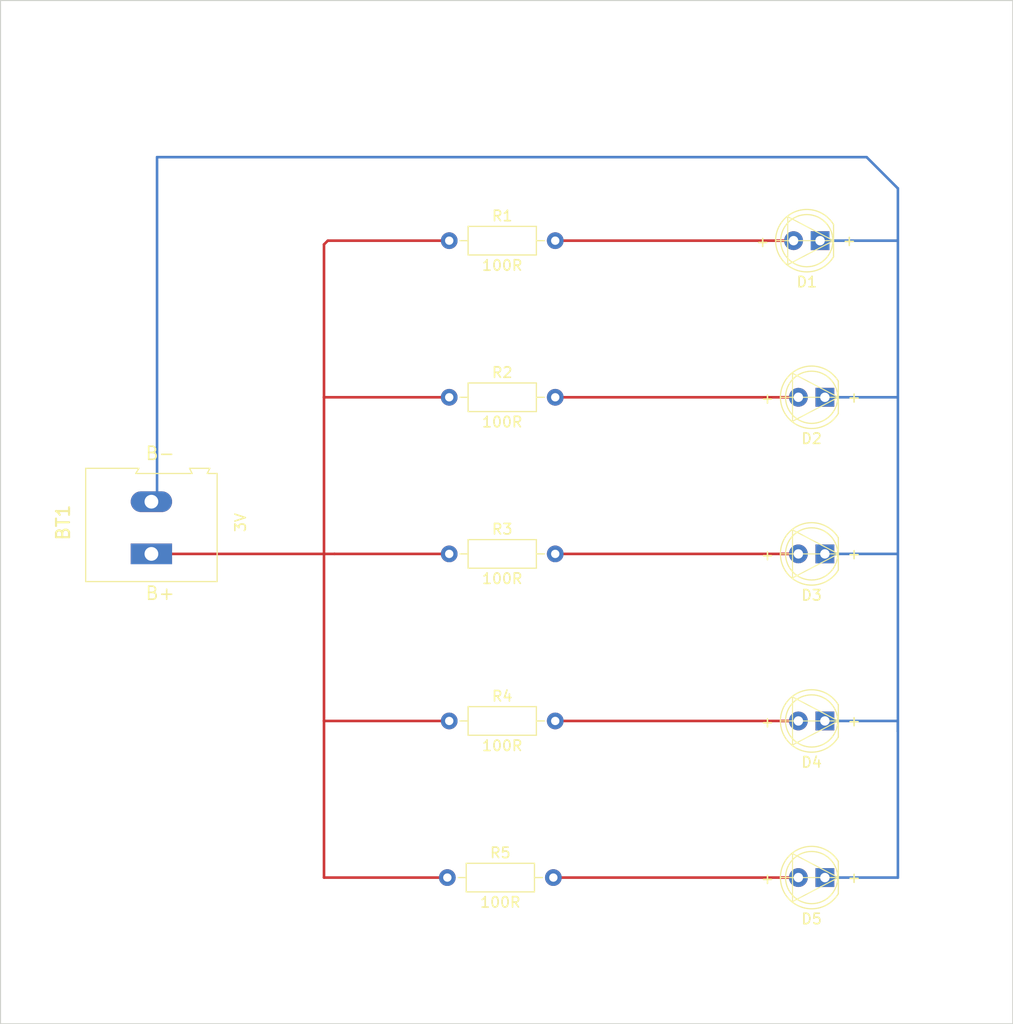
<source format=kicad_pcb>
(kicad_pcb (version 20221018) (generator pcbnew)
  (layers (0 "F.Cu" signal) (31 "B.Cu" signal) (34 "B.Paste" user) (35 "F.Paste" user) (36 "B.SilkS" user "B.Silkscreen") (37 "F.SilkS" user "F.Silkscreen") (38 "B.Mask" user) (39 "F.Mask" user) (44 "Edge.Cuts" user))
  (net 0 "")
  (net 1 "Net-(BT1-+)")
  (net 2 "Net-(BT1--)")
  (net 3 "Net-(D1-A)")
  (net 4 "Net-(D2-A)")
  (net 5 "Net-(D3-A)")
  (net 6 "Net-(D4-A)")
  (net 7 "Net-(D5-A)")
  (footprint "BeginnerModules:BeginnerLED_D5.0mm" (layer "F.Cu") (at 142 120 180)
    (fp_text reference "D4" (at 1.27 -3.96 180) (layer "F.SilkS"))
    (fp_text value "LED")
    (fp_text user "+" (at 5.5 -0.1 180) (layer "F.SilkS"))
    (fp_text user "+" (at -2.8 0 180) (layer "F.SilkS"))
    (fp_line (start -1.29 -1.545) (end -1.29 1.545) (stroke (width 0.12)) (layer "F.SilkS"))
    (fp_line (start -1.29 0) (end 3.1 -2.3) (stroke (width 0.1)) (layer "F.SilkS"))
    (fp_line (start 3.1 -2.3) (end 3.1 2.3) (stroke (width 0.1)) (layer "F.SilkS"))
    (fp_line (start 3.1 2.3) (end -1.29 0) (stroke (width 0.1)) (layer "F.SilkS"))
    (fp_line (start 4.26 -0.000462) (end -1.29 0) (stroke (width 0.1)) (layer "F.SilkS"))
    (fp_arc (start -1.29 -1.54483) (mid 2.072002 -2.880433) (end 4.26 0.000462) (stroke (width 0.12)) (layer "F.SilkS"))
    (fp_arc (start 4.26 -0.000462) (mid 2.072002 2.880433) (end -1.29 1.54483) (stroke (width 0.12)) (layer "F.SilkS"))
    (fp_circle (center 1.27 0) (end 3.77 0) (stroke (width 0.12)) (fill none) (layer "F.SilkS"))
    (pad "1" thru_hole rect (at 0 0 180) (size 1.8 1.8) (drill 0.9) (layers "*.Cu" "*.Mask") (net 2 "Net-(BT1--)"))
    (pad "2" thru_hole circle (at 2.54 0 180) (size 1.8 1.8) (drill 0.9) (layers "*.Cu" "*.Mask") (net 6 "Net-(D4-A)"))
  )
  (footprint "Resistor_THT:R_Axial_DIN0207_L6.3mm_D2.5mm_P10.16mm_Horizontal" (layer "F.Cu") (at 106 74)
    (fp_text reference "R1" (at 5.08 -2.37) (layer "F.SilkS"))
    (fp_text value "100R" (at 5.08 2.37) (layer "F.SilkS"))
    (fp_line (start 1.04 0) (end 1.81 0) (stroke (width 0.12)) (layer "F.SilkS"))
    (fp_line (start 1.81 -1.37) (end 1.81 1.37) (stroke (width 0.12)) (layer "F.SilkS"))
    (fp_line (start 1.81 1.37) (end 8.35 1.37) (stroke (width 0.12)) (layer "F.SilkS"))
    (fp_line (start 8.35 -1.37) (end 1.81 -1.37) (stroke (width 0.12)) (layer "F.SilkS"))
    (fp_line (start 8.35 1.37) (end 8.35 -1.37) (stroke (width 0.12)) (layer "F.SilkS"))
    (fp_line (start 9.12 0) (end 8.35 0) (stroke (width 0.12)) (layer "F.SilkS"))
    (pad "1" thru_hole circle (at 0 0) (size 1.6 1.6) (drill 0.8) (layers "*.Cu" "*.Mask") (net 1 "Net-(BT1-+)"))
    (pad "2" thru_hole oval (at 10.16 0) (size 1.6 1.6) (drill 0.8) (layers "*.Cu" "*.Mask") (net 3 "Net-(D1-A)"))
  )
  (footprint "BeginnerModules:BeginnerLED_D5.0mm" (layer "F.Cu") (at 142 104 180)
    (fp_text reference "D3" (at 1.27 -3.96 180) (layer "F.SilkS"))
    (fp_text value "LED")
    (fp_text user "+" (at 5.5 -0.1 180) (layer "F.SilkS"))
    (fp_text user "+" (at -2.8 0 180) (layer "F.SilkS"))
    (fp_line (start -1.29 -1.545) (end -1.29 1.545) (stroke (width 0.12)) (layer "F.SilkS"))
    (fp_line (start -1.29 0) (end 3.1 -2.3) (stroke (width 0.1)) (layer "F.SilkS"))
    (fp_line (start 3.1 -2.3) (end 3.1 2.3) (stroke (width 0.1)) (layer "F.SilkS"))
    (fp_line (start 3.1 2.3) (end -1.29 0) (stroke (width 0.1)) (layer "F.SilkS"))
    (fp_line (start 4.26 -0.000462) (end -1.29 0) (stroke (width 0.1)) (layer "F.SilkS"))
    (fp_arc (start -1.29 -1.54483) (mid 2.072002 -2.880433) (end 4.26 0.000462) (stroke (width 0.12)) (layer "F.SilkS"))
    (fp_arc (start 4.26 -0.000462) (mid 2.072002 2.880433) (end -1.29 1.54483) (stroke (width 0.12)) (layer "F.SilkS"))
    (fp_circle (center 1.27 0) (end 3.77 0) (stroke (width 0.12)) (fill none) (layer "F.SilkS"))
    (pad "1" thru_hole rect (at 0 0 180) (size 1.8 1.8) (drill 0.9) (layers "*.Cu" "*.Mask") (net 2 "Net-(BT1--)"))
    (pad "2" thru_hole circle (at 2.54 0 180) (size 1.8 1.8) (drill 0.9) (layers "*.Cu" "*.Mask") (net 5 "Net-(D3-A)"))
  )
  (footprint "Resistor_THT:R_Axial_DIN0207_L6.3mm_D2.5mm_P10.16mm_Horizontal" (layer "F.Cu") (at 106 89)
    (fp_text reference "R2" (at 5.08 -2.37) (layer "F.SilkS"))
    (fp_text value "100R" (at 5.08 2.37) (layer "F.SilkS"))
    (fp_line (start 1.04 0) (end 1.81 0) (stroke (width 0.12)) (layer "F.SilkS"))
    (fp_line (start 1.81 -1.37) (end 1.81 1.37) (stroke (width 0.12)) (layer "F.SilkS"))
    (fp_line (start 1.81 1.37) (end 8.35 1.37) (stroke (width 0.12)) (layer "F.SilkS"))
    (fp_line (start 8.35 -1.37) (end 1.81 -1.37) (stroke (width 0.12)) (layer "F.SilkS"))
    (fp_line (start 8.35 1.37) (end 8.35 -1.37) (stroke (width 0.12)) (layer "F.SilkS"))
    (fp_line (start 9.12 0) (end 8.35 0) (stroke (width 0.12)) (layer "F.SilkS"))
    (pad "1" thru_hole circle (at 0 0) (size 1.6 1.6) (drill 0.8) (layers "*.Cu" "*.Mask") (net 1 "Net-(BT1-+)"))
    (pad "2" thru_hole oval (at 10.16 0) (size 1.6 1.6) (drill 0.8) (layers "*.Cu" "*.Mask") (net 4 "Net-(D2-A)"))
  )
  (footprint "Resistor_THT:R_Axial_DIN0207_L6.3mm_D2.5mm_P10.16mm_Horizontal" (layer "F.Cu") (at 105.82 135)
    (fp_text reference "R5" (at 5.08 -2.37) (layer "F.SilkS"))
    (fp_text value "100R" (at 5.08 2.37) (layer "F.SilkS"))
    (fp_line (start 1.04 0) (end 1.81 0) (stroke (width 0.12)) (layer "F.SilkS"))
    (fp_line (start 1.81 -1.37) (end 1.81 1.37) (stroke (width 0.12)) (layer "F.SilkS"))
    (fp_line (start 1.81 1.37) (end 8.35 1.37) (stroke (width 0.12)) (layer "F.SilkS"))
    (fp_line (start 8.35 -1.37) (end 1.81 -1.37) (stroke (width 0.12)) (layer "F.SilkS"))
    (fp_line (start 8.35 1.37) (end 8.35 -1.37) (stroke (width 0.12)) (layer "F.SilkS"))
    (fp_line (start 9.12 0) (end 8.35 0) (stroke (width 0.12)) (layer "F.SilkS"))
    (pad "1" thru_hole circle (at 0 0) (size 1.6 1.6) (drill 0.8) (layers "*.Cu" "*.Mask") (net 1 "Net-(BT1-+)"))
    (pad "2" thru_hole oval (at 10.16 0) (size 1.6 1.6) (drill 0.8) (layers "*.Cu" "*.Mask") (net 7 "Net-(D5-A)"))
  )
  (footprint "BeginnerModules:BeginnerLED_D5.0mm" (layer "F.Cu") (at 141.54 74 180)
    (fp_text reference "D1" (at 1.27 -3.96 180) (layer "F.SilkS"))
    (fp_text value "LED")
    (fp_text user "+" (at -2.8 0 180) (layer "F.SilkS"))
    (fp_text user "+" (at 5.5 -0.1 180) (layer "F.SilkS"))
    (fp_line (start -1.29 -1.545) (end -1.29 1.545) (stroke (width 0.12)) (layer "F.SilkS"))
    (fp_line (start -1.29 0) (end 3.1 -2.3) (stroke (width 0.1)) (layer "F.SilkS"))
    (fp_line (start 3.1 -2.3) (end 3.1 2.3) (stroke (width 0.1)) (layer "F.SilkS"))
    (fp_line (start 3.1 2.3) (end -1.29 0) (stroke (width 0.1)) (layer "F.SilkS"))
    (fp_line (start 4.26 -0.000462) (end -1.29 0) (stroke (width 0.1)) (layer "F.SilkS"))
    (fp_arc (start -1.29 -1.54483) (mid 2.072002 -2.880433) (end 4.26 0.000462) (stroke (width 0.12)) (layer "F.SilkS"))
    (fp_arc (start 4.26 -0.000462) (mid 2.072002 2.880433) (end -1.29 1.54483) (stroke (width 0.12)) (layer "F.SilkS"))
    (fp_circle (center 1.27 0) (end 3.77 0) (stroke (width 0.12)) (fill none) (layer "F.SilkS"))
    (pad "1" thru_hole rect (at 0 0 180) (size 1.8 1.8) (drill 0.9) (layers "*.Cu" "*.Mask") (net 2 "Net-(BT1--)"))
    (pad "2" thru_hole circle (at 2.54 0 180) (size 1.8 1.8) (drill 0.9) (layers "*.Cu" "*.Mask") (net 3 "Net-(D1-A)"))
  )
  (footprint "BeginnerModules:BeginnerLED_D5.0mm" (layer "F.Cu") (at 142 135 180)
    (fp_text reference "D5" (at 1.27 -3.96 180) (layer "F.SilkS"))
    (fp_text value "LED")
    (fp_text user "+" (at -2.8 0 180) (layer "F.SilkS"))
    (fp_text user "+" (at 5.5 -0.1 180) (layer "F.SilkS"))
    (fp_line (start -1.29 -1.545) (end -1.29 1.545) (stroke (width 0.12)) (layer "F.SilkS"))
    (fp_line (start -1.29 0) (end 3.1 -2.3) (stroke (width 0.1)) (layer "F.SilkS"))
    (fp_line (start 3.1 -2.3) (end 3.1 2.3) (stroke (width 0.1)) (layer "F.SilkS"))
    (fp_line (start 3.1 2.3) (end -1.29 0) (stroke (width 0.1)) (layer "F.SilkS"))
    (fp_line (start 4.26 -0.000462) (end -1.29 0) (stroke (width 0.1)) (layer "F.SilkS"))
    (fp_arc (start -1.29 -1.54483) (mid 2.072002 -2.880433) (end 4.26 0.000462) (stroke (width 0.12)) (layer "F.SilkS"))
    (fp_arc (start 4.26 -0.000462) (mid 2.072002 2.880433) (end -1.29 1.54483) (stroke (width 0.12)) (layer "F.SilkS"))
    (fp_circle (center 1.27 0) (end 3.77 0) (stroke (width 0.12)) (fill none) (layer "F.SilkS"))
    (pad "1" thru_hole rect (at 0 0 180) (size 1.8 1.8) (drill 0.9) (layers "*.Cu" "*.Mask") (net 2 "Net-(BT1--)"))
    (pad "2" thru_hole circle (at 2.54 0 180) (size 1.8 1.8) (drill 0.9) (layers "*.Cu" "*.Mask") (net 7 "Net-(D5-A)"))
  )
  (footprint "Resistor_THT:R_Axial_DIN0207_L6.3mm_D2.5mm_P10.16mm_Horizontal" (layer "F.Cu") (at 106 104)
    (fp_text reference "R3" (at 5.08 -2.37) (layer "F.SilkS"))
    (fp_text value "100R" (at 5.08 2.37) (layer "F.SilkS"))
    (fp_line (start 1.04 0) (end 1.81 0) (stroke (width 0.12)) (layer "F.SilkS"))
    (fp_line (start 1.81 -1.37) (end 1.81 1.37) (stroke (width 0.12)) (layer "F.SilkS"))
    (fp_line (start 1.81 1.37) (end 8.35 1.37) (stroke (width 0.12)) (layer "F.SilkS"))
    (fp_line (start 8.35 -1.37) (end 1.81 -1.37) (stroke (width 0.12)) (layer "F.SilkS"))
    (fp_line (start 8.35 1.37) (end 8.35 -1.37) (stroke (width 0.12)) (layer "F.SilkS"))
    (fp_line (start 9.12 0) (end 8.35 0) (stroke (width 0.12)) (layer "F.SilkS"))
    (pad "1" thru_hole circle (at 0 0) (size 1.6 1.6) (drill 0.8) (layers "*.Cu" "*.Mask") (net 1 "Net-(BT1-+)"))
    (pad "2" thru_hole oval (at 10.16 0) (size 1.6 1.6) (drill 0.8) (layers "*.Cu" "*.Mask") (net 5 "Net-(D3-A)"))
  )
  (footprint "TerminalBlock:TerminalBlock_Altech_AK300-2_P5.00mm" (layer "F.Cu") (at 77.46 104 90)
    (fp_text reference "BT1" (at 3 -8.46 90) (layer "F.SilkS") (effects (font (size 1.25 1.25) (thickness 0.2))))
    (fp_text value "3V" (at 3 8.54 90) (layer "F.SilkS"))
    (fp_text user "B-" (at 8.9 -0.66 unlocked) (layer "F.SilkS") (effects (font (size 1.25 1.25)) (justify left bottom)))
    (fp_text user "B+" (at -4.5 -0.66 unlocked) (layer "F.SilkS") (effects (font (size 1.25 1.25)) (justify left bottom)))
    (fp_line (start -2.65 -6.3) (end -2.65 6.3) (stroke (width 0.12)) (layer "F.SilkS"))
    (fp_line (start -2.65 6.3) (end 7.7 6.3) (stroke (width 0.12)) (layer "F.SilkS"))
    (fp_line (start 7.7 -1.5) (end 8.2 -1.2) (stroke (width 0.12)) (layer "F.SilkS"))
    (fp_line (start 7.7 3.9) (end 7.7 -1.5) (stroke (width 0.12)) (layer "F.SilkS"))
    (fp_line (start 7.7 5.35) (end 8.2 5.6) (stroke (width 0.12)) (layer "F.SilkS"))
    (fp_line (start 7.7 6.3) (end 7.7 5.35) (stroke (width 0.12)) (layer "F.SilkS"))
    (fp_line (start 8.2 -6.3) (end -2.65 -6.3) (stroke (width 0.12)) (layer "F.SilkS"))
    (fp_line (start 8.2 -1.2) (end 8.2 -6.3) (stroke (width 0.12)) (layer "F.SilkS"))
    (fp_line (start 8.2 3.65) (end 7.7 3.9) (stroke (width 0.12)) (layer "F.SilkS"))
    (fp_line (start 8.2 3.7) (end 8.2 3.65) (stroke (width 0.12)) (layer "F.SilkS"))
    (fp_line (start 8.2 5.6) (end 8.2 3.7) (stroke (width 0.12)) (layer "F.SilkS"))
    (pad "1" thru_hole rect (at 0 0 90) (size 1.98 3.96) (drill 1.32) (layers "*.Cu" "*.Mask") (net 1 "Net-(BT1-+)"))
    (pad "2" thru_hole oval (at 5 0 90) (size 1.98 3.96) (drill 1.32) (layers "*.Cu" "*.Mask") (net 2 "Net-(BT1--)"))
  )
  (footprint "BeginnerModules:BeginnerLED_D5.0mm" (layer "F.Cu") (at 142 89 180)
    (fp_text reference "D2" (at 1.27 -3.96 180) (layer "F.SilkS"))
    (fp_text value "LED")
    (fp_text user "+" (at 5.5 -0.1 180) (layer "F.SilkS"))
    (fp_text user "+" (at -2.8 0 180) (layer "F.SilkS"))
    (fp_line (start -1.29 -1.545) (end -1.29 1.545) (stroke (width 0.12)) (layer "F.SilkS"))
    (fp_line (start -1.29 0) (end 3.1 -2.3) (stroke (width 0.1)) (layer "F.SilkS"))
    (fp_line (start 3.1 -2.3) (end 3.1 2.3) (stroke (width 0.1)) (layer "F.SilkS"))
    (fp_line (start 3.1 2.3) (end -1.29 0) (stroke (width 0.1)) (layer "F.SilkS"))
    (fp_line (start 4.26 -0.000462) (end -1.29 0) (stroke (width 0.1)) (layer "F.SilkS"))
    (fp_arc (start -1.29 -1.54483) (mid 2.072002 -2.880433) (end 4.26 0.000462) (stroke (width 0.12)) (layer "F.SilkS"))
    (fp_arc (start 4.26 -0.000462) (mid 2.072002 2.880433) (end -1.29 1.54483) (stroke (width 0.12)) (layer "F.SilkS"))
    (fp_circle (center 1.27 0) (end 3.77 0) (stroke (width 0.12)) (fill none) (layer "F.SilkS"))
    (pad "1" thru_hole rect (at 0 0 180) (size 1.8 1.8) (drill 0.9) (layers "*.Cu" "*.Mask") (net 2 "Net-(BT1--)"))
    (pad "2" thru_hole circle (at 2.54 0 180) (size 1.8 1.8) (drill 0.9) (layers "*.Cu" "*.Mask") (net 4 "Net-(D2-A)"))
  )
  (footprint "Resistor_THT:R_Axial_DIN0207_L6.3mm_D2.5mm_P10.16mm_Horizontal" (layer "F.Cu") (at 106 120)
    (fp_text reference "R4" (at 5.08 -2.37) (layer "F.SilkS"))
    (fp_text value "100R" (at 5.08 2.37) (layer "F.SilkS"))
    (fp_line (start 1.04 0) (end 1.81 0) (stroke (width 0.12)) (layer "F.SilkS"))
    (fp_line (start 1.81 -1.37) (end 1.81 1.37) (stroke (width 0.12)) (layer "F.SilkS"))
    (fp_line (start 1.81 1.37) (end 8.35 1.37) (stroke (width 0.12)) (layer "F.SilkS"))
    (fp_line (start 8.35 -1.37) (end 1.81 -1.37) (stroke (width 0.12)) (layer "F.SilkS"))
    (fp_line (start 8.35 1.37) (end 8.35 -1.37) (stroke (width 0.12)) (layer "F.SilkS"))
    (fp_line (start 9.12 0) (end 8.35 0) (stroke (width 0.12)) (layer "F.SilkS"))
    (pad "1" thru_hole circle (at 0 0) (size 1.6 1.6) (drill 0.8) (layers "*.Cu" "*.Mask") (net 1 "Net-(BT1-+)"))
    (pad "2" thru_hole oval (at 10.16 0) (size 1.6 1.6) (drill 0.8) (layers "*.Cu" "*.Mask") (net 6 "Net-(D4-A)"))
  )
  (gr_rect (start 63 51) (end 160 149) (stroke (width 0.1)) (fill none) (layer "Edge.Cuts"))
  (segment (start 94 120) (end 94 89) (width 0.25) (layer "F.Cu") (net 1))
  (segment (start 94 135) (end 94 120) (width 0.25) (layer "F.Cu") (net 1))
  (segment (start 105.82 135) (end 94 135) (width 0.25) (layer "F.Cu") (net 1))
  (segment (start 94 89) (end 94 74.363604) (width 0.25) (layer "F.Cu") (net 1))
  (segment (start 106 89) (end 94 89) (width 0.25) (layer "F.Cu") (net 1))
  (segment (start 106 119.75) (end 105.75 120) (width 0.25) (layer "F.Cu") (net 1))
  (segment (start 94 74.363604) (end 94.363604 74) (width 0.25) (layer "F.Cu") (net 1))
  (segment (start 77.46 104) (end 95 104) (width 0.25) (layer "F.Cu") (net 1))
  (segment (start 94.363604 74) (end 106 74) (width 0.25) (layer "F.Cu") (net 1))
  (segment (start 105.75 120) (end 94 120) (width 0.25) (layer "F.Cu") (net 1))
  (segment (start 95 104) (end 106 104) (width 0.25) (layer "F.Cu") (net 1))
  (segment (start 149 135) (end 142 135) (width 0.25) (layer "B.Cu") (net 2))
  (segment (start 142 89) (end 149 89) (width 0.25) (layer "B.Cu") (net 2))
  (segment (start 149 74) (end 141.54 74) (width 0.25) (layer "B.Cu") (net 2))
  (segment (start 149 69) (end 149 74) (width 0.25) (layer "B.Cu") (net 2))
  (segment (start 142 119.75) (end 142 120) (width 0.25) (layer "B.Cu") (net 2))
  (segment (start 142 120) (end 149 120) (width 0.25) (layer "B.Cu") (net 2))
  (segment (start 77.46 98.92) (end 78 98.38) (width 0.25) (layer "B.Cu") (net 2))
  (segment (start 78 66) (end 146 66) (width 0.25) (layer "B.Cu") (net 2))
  (segment (start 149 104) (end 149 121) (width 0.25) (layer "B.Cu") (net 2))
  (segment (start 149 89) (end 149 104) (width 0.25) (layer "B.Cu") (net 2))
  (segment (start 149 121) (end 149 135) (width 0.25) (layer "B.Cu") (net 2))
  (segment (start 146 66) (end 149 69) (width 0.25) (layer "B.Cu") (net 2))
  (segment (start 149 74) (end 149 89) (width 0.25) (layer "B.Cu") (net 2))
  (segment (start 78 98.38) (end 78 66) (width 0.25) (layer "B.Cu") (net 2))
  (segment (start 142 104) (end 149 104) (width 0.25) (layer "B.Cu") (net 2))
  (segment (start 149 120) (end 149 121) (width 0.25) (layer "B.Cu") (net 2))
  (segment (start 116.16 74) (end 139 74) (width 0.25) (layer "F.Cu") (net 3))
  (segment (start 116.16 89) (end 139.46 89) (width 0.25) (layer "F.Cu") (net 4))
  (segment (start 116.66 104) (end 138.96 104) (width 0.25) (layer "F.Cu") (net 5))
  (segment (start 138.96 104) (end 139.46 104.5) (width 0.25) (layer "F.Cu") (net 5))
  (segment (start 116.16 104.5) (end 116.66 104) (width 0.25) (layer "F.Cu") (net 5))
  (segment (start 139.21 120) (end 139.46 119.75) (width 0.25) (layer "F.Cu") (net 6))
  (segment (start 116.41 120) (end 139.21 120) (width 0.25) (layer "F.Cu") (net 6))
  (segment (start 115.98 135) (end 139.46 135) (width 0.25) (layer "F.Cu") (net 7))
)
</source>
